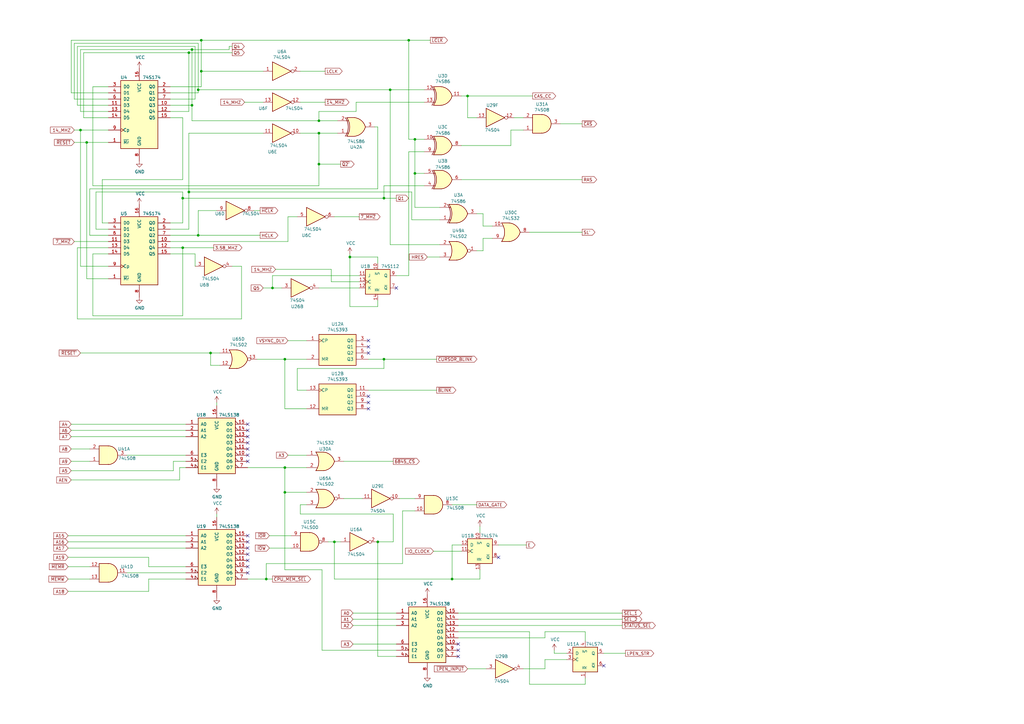
<source format=kicad_sch>
(kicad_sch (version 20230121) (generator eeschema)
  (paper "A3")
  (lib_symbols
    (symbol "74xx:74LS00" (pin_names (offset 1.016))
      (property "Reference" "U" (at 0 1.27 0))
      (property "Value" "74LS00" (at 0 -1.27 0))
      (symbol "74LS00_1_1"
        (pin input line (at -7.62 2.54 0) (length 3.81) (name "~") (number "1"))
        (pin input line (at -7.62 -2.54 0) (length 3.81) (name "~") (number "2"))
        (pin output inverted (at 7.62 0 180) (length 3.81) (name "~") (number "3"))
      )
      (symbol "74LS00_1_2"
        (pin input inverted (at -7.62 2.54 0) (length 4.318) (name "~") (number "1"))
        (pin input inverted (at -7.62 -2.54 0) (length 4.318) (name "~") (number "2"))
        (pin output line (at 7.62 0 180) (length 3.81) (name "~") (number "3"))
      )
      (symbol "74LS00_2_1"
        (pin input line (at -7.62 2.54 0) (length 3.81) (name "~") (number "4"))
        (pin input line (at -7.62 -2.54 0) (length 3.81) (name "~") (number "5"))
        (pin output inverted (at 7.62 0 180) (length 3.81) (name "~") (number "6"))
      )
      (symbol "74LS00_2_2"
        (pin input inverted (at -7.62 2.54 0) (length 4.318) (name "~") (number "4"))
        (pin input inverted (at -7.62 -2.54 0) (length 4.318) (name "~") (number "5"))
        (pin output line (at 7.62 0 180) (length 3.81) (name "~") (number "6"))
      )
      (symbol "74LS00_3_1"
        (pin input line (at -7.62 -2.54 0) (length 3.81) (name "~") (number "10"))
        (pin output inverted (at 7.62 0 180) (length 3.81) (name "~") (number "8"))
        (pin input line (at -7.62 2.54 0) (length 3.81) (name "~") (number "9"))
      )
      (symbol "74LS00_3_2"
        (pin input inverted (at -7.62 -2.54 0) (length 4.318) (name "~") (number "10"))
        (pin output line (at 7.62 0 180) (length 3.81) (name "~") (number "8"))
        (pin input inverted (at -7.62 2.54 0) (length 4.318) (name "~") (number "9"))
      )
      (symbol "74LS00_4_1"
        (pin output inverted (at 7.62 0 180) (length 3.81) (name "~") (number "11"))
        (pin input line (at -7.62 2.54 0) (length 3.81) (name "~") (number "12"))
        (pin input line (at -7.62 -2.54 0) (length 3.81) (name "~") (number "13"))
      )
      (symbol "74LS00_4_2"
        (pin output line (at 7.62 0 180) (length 3.81) (name "~") (number "11"))
        (pin input inverted (at -7.62 2.54 0) (length 4.318) (name "~") (number "12"))
        (pin input inverted (at -7.62 -2.54 0) (length 4.318) (name "~") (number "13"))
      )
      (symbol "74LS00_5_0"
        (pin power_in line (at 0 12.7 270) (length 5.08) (name "VCC") (number "14"))
        (pin power_in line (at 0 -12.7 90) (length 5.08) (name "GND") (number "7"))
      )
    )
    (symbol "74xx:74LS02" (pin_names (offset 1.016))
      (property "Reference" "U" (at 0 1.27 0))
      (property "Value" "74LS02" (at 0 -1.27 0))
      (symbol "74LS02_1_1"
        (pin output inverted (at 7.62 0 180) (length 3.81) (name "~") (number "1"))
        (pin input line (at -7.62 2.54 0) (length 4.318) (name "~") (number "2"))
        (pin input line (at -7.62 -2.54 0) (length 4.318) (name "~") (number "3"))
      )
      (symbol "74LS02_1_2"
        (pin output line (at 7.62 0 180) (length 3.81) (name "~") (number "1"))
        (pin input inverted (at -7.62 2.54 0) (length 3.81) (name "~") (number "2"))
        (pin input inverted (at -7.62 -2.54 0) (length 3.81) (name "~") (number "3"))
      )
      (symbol "74LS02_2_1"
        (pin output inverted (at 7.62 0 180) (length 3.81) (name "~") (number "4"))
        (pin input line (at -7.62 2.54 0) (length 4.318) (name "~") (number "5"))
        (pin input line (at -7.62 -2.54 0) (length 4.318) (name "~") (number "6"))
      )
      (symbol "74LS02_2_2"
        (pin output line (at 7.62 0 180) (length 3.81) (name "~") (number "4"))
        (pin input inverted (at -7.62 2.54 0) (length 3.81) (name "~") (number "5"))
        (pin input inverted (at -7.62 -2.54 0) (length 3.81) (name "~") (number "6"))
      )
      (symbol "74LS02_3_1"
        (pin output inverted (at 7.62 0 180) (length 3.81) (name "~") (number "10"))
        (pin input line (at -7.62 2.54 0) (length 4.318) (name "~") (number "8"))
        (pin input line (at -7.62 -2.54 0) (length 4.318) (name "~") (number "9"))
      )
      (symbol "74LS02_3_2"
        (pin output line (at 7.62 0 180) (length 3.81) (name "~") (number "10"))
        (pin input inverted (at -7.62 2.54 0) (length 3.81) (name "~") (number "8"))
        (pin input inverted (at -7.62 -2.54 0) (length 3.81) (name "~") (number "9"))
      )
      (symbol "74LS02_4_1"
        (pin input line (at -7.62 2.54 0) (length 4.318) (name "~") (number "11"))
        (pin input line (at -7.62 -2.54 0) (length 4.318) (name "~") (number "12"))
        (pin output inverted (at 7.62 0 180) (length 3.81) (name "~") (number "13"))
      )
      (symbol "74LS02_4_2"
        (pin input inverted (at -7.62 2.54 0) (length 3.81) (name "~") (number "11"))
        (pin input inverted (at -7.62 -2.54 0) (length 3.81) (name "~") (number "12"))
        (pin output line (at 7.62 0 180) (length 3.81) (name "~") (number "13"))
      )
      (symbol "74LS02_5_0"
        (pin power_in line (at 0 12.7 270) (length 5.08) (name "VCC") (number "14"))
        (pin power_in line (at 0 -12.7 90) (length 5.08) (name "GND") (number "7"))
      )
    )
    (symbol "74xx:74LS04"
      (property "Reference" "U" (at 0 1.27 0))
      (property "Value" "74LS04" (at 0 -1.27 0))
      (symbol "74LS04_1_0"
        (pin input line (at -7.62 0 0) (length 3.81) (name "~") (number "1"))
        (pin output inverted (at 7.62 0 180) (length 3.81) (name "~") (number "2"))
      )
      (symbol "74LS04_2_0"
        (pin input line (at -7.62 0 0) (length 3.81) (name "~") (number "3"))
        (pin output inverted (at 7.62 0 180) (length 3.81) (name "~") (number "4"))
      )
      (symbol "74LS04_3_0"
        (pin input line (at -7.62 0 0) (length 3.81) (name "~") (number "5"))
        (pin output inverted (at 7.62 0 180) (length 3.81) (name "~") (number "6"))
      )
      (symbol "74LS04_4_0"
        (pin output inverted (at 7.62 0 180) (length 3.81) (name "~") (number "8"))
        (pin input line (at -7.62 0 0) (length 3.81) (name "~") (number "9"))
      )
      (symbol "74LS04_5_0"
        (pin output inverted (at 7.62 0 180) (length 3.81) (name "~") (number "10"))
        (pin input line (at -7.62 0 0) (length 3.81) (name "~") (number "11"))
      )
      (symbol "74LS04_6_0"
        (pin output inverted (at 7.62 0 180) (length 3.81) (name "~") (number "12"))
        (pin input line (at -7.62 0 0) (length 3.81) (name "~") (number "13"))
      )
      (symbol "74LS04_7_0"
        (pin power_in line (at 0 12.7 270) (length 5.08) (name "VCC") (number "14"))
        (pin power_in line (at 0 -12.7 90) (length 5.08) (name "GND") (number "7"))
      )
    )
    (symbol "74xx:74LS08" (pin_names (offset 1.016))
      (property "Reference" "U" (at 0 1.27 0))
      (property "Value" "74LS08" (at 0 -1.27 0))
      (symbol "74LS08_1_1"
        (pin input line (at -7.62 2.54 0) (length 3.81) (name "~") (number "1"))
        (pin input line (at -7.62 -2.54 0) (length 3.81) (name "~") (number "2"))
        (pin output line (at 7.62 0 180) (length 3.81) (name "~") (number "3"))
      )
      (symbol "74LS08_1_2"
        (pin input inverted (at -7.62 2.54 0) (length 4.318) (name "~") (number "1"))
        (pin input inverted (at -7.62 -2.54 0) (length 4.318) (name "~") (number "2"))
        (pin output inverted (at 7.62 0 180) (length 3.81) (name "~") (number "3"))
      )
      (symbol "74LS08_2_1"
        (pin input line (at -7.62 2.54 0) (length 3.81) (name "~") (number "4"))
        (pin input line (at -7.62 -2.54 0) (length 3.81) (name "~") (number "5"))
        (pin output line (at 7.62 0 180) (length 3.81) (name "~") (number "6"))
      )
      (symbol "74LS08_2_2"
        (pin input inverted (at -7.62 2.54 0) (length 4.318) (name "~") (number "4"))
        (pin input inverted (at -7.62 -2.54 0) (length 4.318) (name "~") (number "5"))
        (pin output inverted (at 7.62 0 180) (length 3.81) (name "~") (number "6"))
      )
      (symbol "74LS08_3_1"
        (pin input line (at -7.62 -2.54 0) (length 3.81) (name "~") (number "10"))
        (pin output line (at 7.62 0 180) (length 3.81) (name "~") (number "8"))
        (pin input line (at -7.62 2.54 0) (length 3.81) (name "~") (number "9"))
      )
      (symbol "74LS08_3_2"
        (pin input inverted (at -7.62 -2.54 0) (length 4.318) (name "~") (number "10"))
        (pin output inverted (at 7.62 0 180) (length 3.81) (name "~") (number "8"))
        (pin input inverted (at -7.62 2.54 0) (length 4.318) (name "~") (number "9"))
      )
      (symbol "74LS08_4_1"
        (pin output line (at 7.62 0 180) (length 3.81) (name "~") (number "11"))
        (pin input line (at -7.62 2.54 0) (length 3.81) (name "~") (number "12"))
        (pin input line (at -7.62 -2.54 0) (length 3.81) (name "~") (number "13"))
      )
      (symbol "74LS08_4_2"
        (pin output inverted (at 7.62 0 180) (length 3.81) (name "~") (number "11"))
        (pin input inverted (at -7.62 2.54 0) (length 4.318) (name "~") (number "12"))
        (pin input inverted (at -7.62 -2.54 0) (length 4.318) (name "~") (number "13"))
      )
      (symbol "74LS08_5_0"
        (pin power_in line (at 0 12.7 270) (length 5.08) (name "VCC") (number "14"))
        (pin power_in line (at 0 -12.7 90) (length 5.08) (name "GND") (number "7"))
      )
    )
    (symbol "74xx:74LS112" (pin_names (offset 1.016))
      (property "Reference" "U" (at -7.62 8.89 0))
      (property "Value" "74LS112" (at -7.62 -8.89 0))
      (symbol "74LS112_1_0"
        (pin input clock (at -7.62 0 0) (length 2.54) (name "C") (number "1"))
        (pin input line (at 0 -7.62 90) (length 2.54) (name "~{R}") (number "15"))
        (pin input line (at -7.62 -2.54 0) (length 2.54) (name "K") (number "2"))
        (pin input line (at -7.62 2.54 0) (length 2.54) (name "J") (number "3"))
        (pin input line (at 0 7.62 270) (length 2.54) (name "~{S}") (number "4"))
        (pin output line (at 7.62 2.54 180) (length 2.54) (name "Q") (number "5"))
        (pin output line (at 7.62 -2.54 180) (length 2.54) (name "~{Q}") (number "6"))
      )
      (symbol "74LS112_2_0"
        (pin input line (at 0 7.62 270) (length 2.54) (name "~{S}") (number "10"))
        (pin input line (at -7.62 2.54 0) (length 2.54) (name "J") (number "11"))
        (pin input line (at -7.62 -2.54 0) (length 2.54) (name "K") (number "12"))
        (pin input clock (at -7.62 0 0) (length 2.54) (name "C") (number "13"))
        (pin input line (at 0 -7.62 90) (length 2.54) (name "~{R}") (number "14"))
        (pin output line (at 7.62 -2.54 180) (length 2.54) (name "~{Q}") (number "7"))
        (pin output line (at 7.62 2.54 180) (length 2.54) (name "Q") (number "9"))
      )
      (symbol "74LS112_3_0"
        (pin power_in line (at 0 10.16 270) (length 2.54) (name "VCC") (number "16"))
        (pin power_in line (at 0 -10.16 90) (length 2.54) (name "GND") (number "8"))
      )
    )
    (symbol "74xx:74LS138" (pin_names (offset 1.016))
      (property "Reference" "U" (at -7.62 11.43 0))
      (property "Value" "74LS138" (at -7.62 -13.97 0))
      (symbol "74LS138_1_0"
        (pin input line (at -12.7 7.62 0) (length 5.08) (name "A0") (number "1"))
        (pin output output_low (at 12.7 -5.08 180) (length 5.08) (name "O5") (number "10"))
        (pin output output_low (at 12.7 -2.54 180) (length 5.08) (name "O4") (number "11"))
        (pin output output_low (at 12.7 0 180) (length 5.08) (name "O3") (number "12"))
        (pin output output_low (at 12.7 2.54 180) (length 5.08) (name "O2") (number "13"))
        (pin output output_low (at 12.7 5.08 180) (length 5.08) (name "O1") (number "14"))
        (pin output output_low (at 12.7 7.62 180) (length 5.08) (name "O0") (number "15"))
        (pin power_in line (at 0 15.24 270) (length 5.08) (name "VCC") (number "16"))
        (pin input line (at -12.7 5.08 0) (length 5.08) (name "A1") (number "2"))
        (pin input line (at -12.7 2.54 0) (length 5.08) (name "A2") (number "3"))
        (pin input input_low (at -12.7 -10.16 0) (length 5.08) (name "E1") (number "4"))
        (pin input input_low (at -12.7 -7.62 0) (length 5.08) (name "E2") (number "5"))
        (pin input line (at -12.7 -5.08 0) (length 5.08) (name "E3") (number "6"))
        (pin output output_low (at 12.7 -10.16 180) (length 5.08) (name "O7") (number "7"))
        (pin power_in line (at 0 -17.78 90) (length 5.08) (name "GND") (number "8"))
        (pin output output_low (at 12.7 -7.62 180) (length 5.08) (name "O6") (number "9"))
      )
    )
    (symbol "74xx:74LS174" (pin_names (offset 1.016))
      (property "Reference" "U" (at -7.62 13.97 0))
      (property "Value" "74LS174" (at -7.62 -16.51 0))
      (symbol "74LS174_1_0"
        (pin input line (at -12.7 -12.7 0) (length 5.08) (name "~{Mr}") (number "1"))
        (pin output line (at 12.7 2.54 180) (length 5.08) (name "Q3") (number "10"))
        (pin input line (at -12.7 2.54 0) (length 5.08) (name "D3") (number "11"))
        (pin output line (at 12.7 0 180) (length 5.08) (name "Q4") (number "12"))
        (pin input line (at -12.7 0 0) (length 5.08) (name "D4") (number "13"))
        (pin input line (at -12.7 -2.54 0) (length 5.08) (name "D5") (number "14"))
        (pin output line (at 12.7 -2.54 180) (length 5.08) (name "Q5") (number "15"))
        (pin power_in line (at 0 17.78 270) (length 5.08) (name "VCC") (number "16"))
        (pin output line (at 12.7 10.16 180) (length 5.08) (name "Q0") (number "2"))
        (pin input line (at -12.7 10.16 0) (length 5.08) (name "D0") (number "3"))
        (pin input line (at -12.7 7.62 0) (length 5.08) (name "D1") (number "4"))
        (pin output line (at 12.7 7.62 180) (length 5.08) (name "Q1") (number "5"))
        (pin input line (at -12.7 5.08 0) (length 5.08) (name "D2") (number "6"))
        (pin output line (at 12.7 5.08 180) (length 5.08) (name "Q2") (number "7"))
        (pin power_in line (at 0 -20.32 90) (length 5.08) (name "GND") (number "8"))
        (pin input clock (at -12.7 -7.62 0) (length 5.08) (name "Cp") (number "9"))
      )
    )
    (symbol "74xx:74LS32" (pin_names (offset 1.016))
      (property "Reference" "U" (at 0 1.27 0))
      (property "Value" "74LS32" (at 0 -1.27 0))
      (symbol "74LS32_1_1"
        (pin input line (at -7.62 2.54 0) (length 4.318) (name "~") (number "1"))
        (pin input line (at -7.62 -2.54 0) (length 4.318) (name "~") (number "2"))
        (pin output line (at 7.62 0 180) (length 3.81) (name "~") (number "3"))
      )
      (symbol "74LS32_1_2"
        (pin input inverted (at -7.62 2.54 0) (length 3.81) (name "~") (number "1"))
        (pin input inverted (at -7.62 -2.54 0) (length 3.81) (name "~") (number "2"))
        (pin output inverted (at 7.62 0 180) (length 3.81) (name "~") (number "3"))
      )
      (symbol "74LS32_2_1"
        (pin input line (at -7.62 2.54 0) (length 4.318) (name "~") (number "4"))
        (pin input line (at -7.62 -2.54 0) (length 4.318) (name "~") (number "5"))
        (pin output line (at 7.62 0 180) (length 3.81) (name "~") (number "6"))
      )
      (symbol "74LS32_2_2"
        (pin input inverted (at -7.62 2.54 0) (length 3.81) (name "~") (number "4"))
        (pin input inverted (at -7.62 -2.54 0) (length 3.81) (name "~") (number "5"))
        (pin output inverted (at 7.62 0 180) (length 3.81) (name "~") (number "6"))
      )
      (symbol "74LS32_3_1"
        (pin input line (at -7.62 -2.54 0) (length 4.318) (name "~") (number "10"))
        (pin output line (at 7.62 0 180) (length 3.81) (name "~") (number "8"))
        (pin input line (at -7.62 2.54 0) (length 4.318) (name "~") (number "9"))
      )
      (symbol "74LS32_3_2"
        (pin input inverted (at -7.62 -2.54 0) (length 3.81) (name "~") (number "10"))
        (pin output inverted (at 7.62 0 180) (length 3.81) (name "~") (number "8"))
        (pin input inverted (at -7.62 2.54 0) (length 3.81) (name "~") (number "9"))
      )
      (symbol "74LS32_4_1"
        (pin output line (at 7.62 0 180) (length 3.81) (name "~") (number "11"))
        (pin input line (at -7.62 2.54 0) (length 4.318) (name "~") (number "12"))
        (pin input line (at -7.62 -2.54 0) (length 4.318) (name "~") (number "13"))
      )
      (symbol "74LS32_4_2"
        (pin output inverted (at 7.62 0 180) (length 3.81) (name "~") (number "11"))
        (pin input inverted (at -7.62 2.54 0) (length 3.81) (name "~") (number "12"))
        (pin input inverted (at -7.62 -2.54 0) (length 3.81) (name "~") (number "13"))
      )
      (symbol "74LS32_5_0"
        (pin power_in line (at 0 12.7 270) (length 5.08) (name "VCC") (number "14"))
        (pin power_in line (at 0 -12.7 90) (length 5.08) (name "GND") (number "7"))
      )
    )
    (symbol "74xx:74LS393" (pin_names (offset 1.016))
      (property "Reference" "U" (at -7.62 8.89 0))
      (property "Value" "74LS393" (at -7.62 -8.89 0))
      (symbol "74LS393_1_0"
        (pin input clock (at -12.7 2.54 0) (length 5.08) (name "CP") (number "1"))
        (pin input line (at -12.7 -5.08 0) (length 5.08) (name "MR") (number "2"))
        (pin output line (at 12.7 2.54 180) (length 5.08) (name "Q0") (number "3"))
        (pin output line (at 12.7 0 180) (length 5.08) (name "Q1") (number "4"))
        (pin output line (at 12.7 -2.54 180) (length 5.08) (name "Q2") (number "5"))
        (pin output line (at 12.7 -5.08 180) (length 5.08) (name "Q3") (number "6"))
      )
      (symbol "74LS393_2_0"
        (pin output line (at 12.7 0 180) (length 5.08) (name "Q1") (number "10"))
        (pin output line (at 12.7 2.54 180) (length 5.08) (name "Q0") (number "11"))
        (pin input line (at -12.7 -5.08 0) (length 5.08) (name "MR") (number "12"))
        (pin input clock (at -12.7 2.54 0) (length 5.08) (name "CP") (number "13"))
        (pin output line (at 12.7 -5.08 180) (length 5.08) (name "Q3") (number "8"))
        (pin output line (at 12.7 -2.54 180) (length 5.08) (name "Q2") (number "9"))
      )
      (symbol "74LS393_3_0"
        (pin power_in line (at 0 12.7 270) (length 5.08) (name "VCC") (number "14"))
        (pin power_in line (at 0 -12.7 90) (length 5.08) (name "GND") (number "7"))
      )
    )
    (symbol "74xx:74LS74" (pin_names (offset 1.016))
      (property "Reference" "U" (at -7.62 8.89 0))
      (property "Value" "74LS74" (at -7.62 -8.89 0))
      (symbol "74LS74_1_0"
        (pin input line (at 0 -7.62 90) (length 2.54) (name "~{R}") (number "1"))
        (pin input line (at -7.62 2.54 0) (length 2.54) (name "D") (number "2"))
        (pin input clock (at -7.62 0 0) (length 2.54) (name "C") (number "3"))
        (pin input line (at 0 7.62 270) (length 2.54) (name "~{S}") (number "4"))
        (pin output line (at 7.62 2.54 180) (length 2.54) (name "Q") (number "5"))
        (pin output line (at 7.62 -2.54 180) (length 2.54) (name "~{Q}") (number "6"))
      )
      (symbol "74LS74_2_0"
        (pin input line (at 0 7.62 270) (length 2.54) (name "~{S}") (number "10"))
        (pin input clock (at -7.62 0 0) (length 2.54) (name "C") (number "11"))
        (pin input line (at -7.62 2.54 0) (length 2.54) (name "D") (number "12"))
        (pin input line (at 0 -7.62 90) (length 2.54) (name "~{R}") (number "13"))
        (pin output line (at 7.62 -2.54 180) (length 2.54) (name "~{Q}") (number "8"))
        (pin output line (at 7.62 2.54 180) (length 2.54) (name "Q") (number "9"))
      )
      (symbol "74LS74_3_0"
        (pin power_in line (at 0 10.16 270) (length 2.54) (name "VCC") (number "14"))
        (pin power_in line (at 0 -10.16 90) (length 2.54) (name "GND") (number "7"))
      )
    )
    (symbol "74xx:74LS86" (pin_names (offset 1.016))
      (property "Reference" "U" (at 0 1.27 0))
      (property "Value" "74LS86" (at 0 -1.27 0))
      (symbol "74LS86_1_0"
        (pin input line (at -7.62 2.54 0) (length 4.445) (name "~") (number "1"))
        (pin input line (at -7.62 -2.54 0) (length 4.445) (name "~") (number "2"))
        (pin output line (at 7.62 0 180) (length 3.81) (name "~") (number "3"))
      )
      (symbol "74LS86_2_0"
        (pin input line (at -7.62 2.54 0) (length 4.445) (name "~") (number "4"))
        (pin input line (at -7.62 -2.54 0) (length 4.445) (name "~") (number "5"))
        (pin output line (at 7.62 0 180) (length 3.81) (name "~") (number "6"))
      )
      (symbol "74LS86_3_0"
        (pin input line (at -7.62 -2.54 0) (length 4.445) (name "~") (number "10"))
        (pin output line (at 7.62 0 180) (length 3.81) (name "~") (number "8"))
        (pin input line (at -7.62 2.54 0) (length 4.445) (name "~") (number "9"))
      )
      (symbol "74LS86_4_0"
        (pin output line (at 7.62 0 180) (length 3.81) (name "~") (number "11"))
        (pin input line (at -7.62 2.54 0) (length 4.445) (name "~") (number "12"))
        (pin input line (at -7.62 -2.54 0) (length 4.445) (name "~") (number "13"))
      )
      (symbol "74LS86_5_0"
        (pin power_in line (at 0 12.7 270) (length 5.08) (name "VCC") (number "14"))
        (pin power_in line (at 0 -12.7 90) (length 5.08) (name "GND") (number "7"))
      )
    )
    (symbol "power:GND" (power) (pin_names (offset 0))
      (property "Value" "GND" (at 0 -3.81 0))
      (symbol "GND_1_1"
        (pin power_in line (at 0 0 270) (length 0) hide (name "GND") (number "1"))
      )
    )
    (symbol "power:VCC" (power) (pin_names (offset 0))
      (property "Value" "VCC" (at 0 3.81 0))
      (symbol "VCC_1_1"
        (pin power_in line (at 0 0 90) (length 0) hide (name "VCC") (number "1"))
      )
    )
  )
  (junction (at 77.47 78.74))
  (junction (at 82.55 29.21))
  (junction (at 185.42 237.49))
  (junction (at 74.93 81.28))
  (junction (at 154.94 222.25))
  (junction (at 74.93 101.6))
  (junction (at 78.74 43.18))
  (junction (at 167.64 16.51))
  (junction (at 109.22 237.49))
  (junction (at 116.84 201.93))
  (junction (at 116.84 147.32))
  (junction (at 191.77 39.37))
  (junction (at 33.02 53.34))
  (junction (at 86.36 144.78))
  (junction (at 81.28 36.83))
  (junction (at 116.84 191.77))
  (junction (at 130.81 54.61))
  (junction (at 78.74 20.32))
  (junction (at 143.51 105.41))
  (junction (at 137.16 222.25))
  (junction (at 111.76 118.11))
  (junction (at 157.48 81.28))
  (junction (at 170.18 71.12))
  (junction (at 82.55 16.51))
  (junction (at 170.18 57.15))
  (junction (at 160.02 36.83))
  (junction (at 77.47 21.59))
  (junction (at 157.48 147.32))
  (junction (at 35.56 58.42))
  (junction (at 130.81 49.53))
  (junction (at 81.28 96.52))
  (junction (at 130.81 67.31))
  (no_connect (at 101.6 224.79))
  (no_connect (at 187.96 266.7))
  (no_connect (at 101.6 176.53))
  (no_connect (at 101.6 222.25))
  (no_connect (at 101.6 232.41))
  (no_connect (at 101.6 173.99))
  (no_connect (at 187.96 269.24))
  (no_connect (at 162.56 118.11))
  (no_connect (at 204.47 228.6))
  (no_connect (at 101.6 184.15))
  (no_connect (at 151.13 142.24))
  (no_connect (at 101.6 186.69))
  (no_connect (at 151.13 144.78))
  (no_connect (at 151.13 139.7))
  (no_connect (at 101.6 179.07))
  (no_connect (at 151.13 165.1))
  (no_connect (at 101.6 234.95))
  (no_connect (at 101.6 181.61))
  (no_connect (at 187.96 264.16))
  (no_connect (at 151.13 167.64))
  (no_connect (at 151.13 162.56))
  (no_connect (at 101.6 227.33))
  (no_connect (at 101.6 229.87))
  (no_connect (at 101.6 189.23))
  (no_connect (at 101.6 219.71))
  (no_connect (at 247.65 273.05))
  (wire (pts (xy 78.74 20.32) (xy 93.98 20.32)))
  (wire (pts (xy 39.37 78.74) (xy 39.37 93.98)))
  (wire (pts (xy 130.81 118.11) (xy 147.32 118.11)))
  (wire (pts (xy 78.74 43.18) (xy 78.74 20.32)))
  (wire (pts (xy 189.23 223.52) (xy 185.42 223.52)))
  (wire (pts (xy 123.19 29.21) (xy 133.35 29.21)))
  (wire (pts (xy 161.29 210.82) (xy 123.19 210.82)))
  (wire (pts (xy 77.47 21.59) (xy 95.25 21.59)))
  (wire (pts (xy 33.02 45.72) (xy 44.45 45.72)))
  (wire (pts (xy 143.51 105.41) (xy 143.51 125.73)))
  (wire (pts (xy 214.63 274.32) (xy 223.52 274.32)))
  (wire (pts (xy 137.16 222.25) (xy 139.7 222.25)))
  (wire (pts (xy 29.21 16.51) (xy 29.21 38.1)))
  (wire (pts (xy 69.85 38.1) (xy 81.28 38.1)))
  (wire (pts (xy 76.2 176.53) (xy 29.21 176.53)))
  (wire (pts (xy 52.07 186.69) (xy 76.2 186.69)))
  (wire (pts (xy 36.83 232.41) (xy 27.94 232.41)))
  (wire (pts (xy 130.81 45.72) (xy 130.81 49.53)))
  (wire (pts (xy 153.67 52.07) (xy 154.94 52.07)))
  (wire (pts (xy 88.9 166.37) (xy 88.9 165.1)))
  (wire (pts (xy 154.94 125.73) (xy 154.94 123.19)))
  (wire (pts (xy 86.36 149.86) (xy 86.36 144.78)))
  (wire (pts (xy 71.12 189.23) (xy 71.12 193.04)))
  (wire (pts (xy 132.08 266.7) (xy 162.56 266.7)))
  (wire (pts (xy 93.98 19.05) (xy 95.25 19.05)))
  (wire (pts (xy 77.47 45.72) (xy 77.47 21.59)))
  (wire (pts (xy 69.85 40.64) (xy 80.01 40.64)))
  (wire (pts (xy 157.48 151.13) (xy 121.92 151.13)))
  (wire (pts (xy 191.77 274.32) (xy 199.39 274.32)))
  (wire (pts (xy 140.97 189.23) (xy 161.29 189.23)))
  (wire (pts (xy 78.74 20.32) (xy 33.02 20.32)))
  (wire (pts (xy 223.52 274.32) (xy 223.52 270.51)))
  (wire (pts (xy 185.42 223.52) (xy 185.42 237.49)))
  (wire (pts (xy 38.1 35.56) (xy 44.45 35.56)))
  (wire (pts (xy 151.13 160.02) (xy 179.07 160.02)))
  (wire (pts (xy 69.85 43.18) (xy 78.74 43.18)))
  (wire (pts (xy 74.93 48.26) (xy 74.93 73.66)))
  (wire (pts (xy 119.38 219.71) (xy 110.49 219.71)))
  (wire (pts (xy 125.73 186.69) (xy 118.11 186.69)))
  (wire (pts (xy 44.45 58.42) (xy 35.56 58.42)))
  (wire (pts (xy 111.76 113.03) (xy 111.76 118.11)))
  (wire (pts (xy 116.84 167.64) (xy 125.73 167.64)))
  (wire (pts (xy 167.64 57.15) (xy 167.64 16.51)))
  (wire (pts (xy 80.01 104.14) (xy 80.01 109.22)))
  (wire (pts (xy 217.17 95.25) (xy 238.76 95.25)))
  (wire (pts (xy 170.18 57.15) (xy 170.18 71.12)))
  (wire (pts (xy 121.92 151.13) (xy 121.92 160.02)))
  (wire (pts (xy 81.28 96.52) (xy 106.68 96.52)))
  (wire (pts (xy 196.85 218.44) (xy 196.85 215.9)))
  (wire (pts (xy 109.22 237.49) (xy 109.22 231.14)))
  (wire (pts (xy 137.16 88.9) (xy 147.32 88.9)))
  (wire (pts (xy 29.21 184.15) (xy 36.83 184.15)))
  (wire (pts (xy 157.48 76.2) (xy 157.48 81.28)))
  (wire (pts (xy 154.94 269.24) (xy 154.94 222.25)))
  (wire (pts (xy 154.94 52.07) (xy 154.94 77.47)))
  (wire (pts (xy 167.64 16.51) (xy 176.53 16.51)))
  (wire (pts (xy 227.33 267.97) (xy 232.41 267.97)))
  (wire (pts (xy 157.48 147.32) (xy 179.07 147.32)))
  (wire (pts (xy 34.29 48.26) (xy 44.45 48.26)))
  (wire (pts (xy 165.1 209.55) (xy 170.18 209.55)))
  (wire (pts (xy 34.29 21.59) (xy 34.29 48.26)))
  (wire (pts (xy 177.8 226.06) (xy 189.23 226.06)))
  (wire (pts (xy 113.03 110.49) (xy 135.89 110.49)))
  (wire (pts (xy 41.91 91.44) (xy 44.45 91.44)))
  (wire (pts (xy 198.12 102.87) (xy 198.12 97.79)))
  (wire (pts (xy 144.78 264.16) (xy 162.56 264.16)))
  (wire (pts (xy 123.19 54.61) (xy 130.81 54.61)))
  (wire (pts (xy 81.28 36.83) (xy 160.02 36.83)))
  (wire (pts (xy 173.99 62.23) (xy 167.64 62.23)))
  (wire (pts (xy 223.52 259.08) (xy 240.03 259.08)))
  (wire (pts (xy 76.2 224.79) (xy 27.94 224.79)))
  (wire (pts (xy 123.19 210.82) (xy 123.19 207.01)))
  (wire (pts (xy 140.97 204.47) (xy 148.59 204.47)))
  (wire (pts (xy 130.81 67.31) (xy 130.81 76.2)))
  (wire (pts (xy 36.83 77.47) (xy 36.83 96.52)))
  (wire (pts (xy 78.74 49.53) (xy 130.81 49.53)))
  (wire (pts (xy 160.02 100.33) (xy 180.34 100.33)))
  (wire (pts (xy 123.19 207.01) (xy 125.73 207.01)))
  (wire (pts (xy 90.17 149.86) (xy 86.36 149.86)))
  (wire (pts (xy 198.12 87.63) (xy 198.12 92.71)))
  (wire (pts (xy 88.9 210.82) (xy 88.9 212.09)))
  (wire (pts (xy 93.98 20.32) (xy 93.98 19.05)))
  (wire (pts (xy 74.93 73.66) (xy 41.91 73.66)))
  (wire (pts (xy 157.48 81.28) (xy 74.93 81.28)))
  (wire (pts (xy 74.93 101.6) (xy 69.85 101.6)))
  (wire (pts (xy 30.48 40.64) (xy 44.45 40.64)))
  (wire (pts (xy 138.43 54.61) (xy 130.81 54.61)))
  (wire (pts (xy 29.21 38.1) (xy 44.45 38.1)))
  (wire (pts (xy 154.94 107.95) (xy 154.94 105.41)))
  (wire (pts (xy 163.83 204.47) (xy 170.18 204.47)))
  (wire (pts (xy 60.96 242.57) (xy 27.94 242.57)))
  (wire (pts (xy 60.96 237.49) (xy 60.96 242.57)))
  (wire (pts (xy 157.48 81.28) (xy 162.56 81.28)))
  (wire (pts (xy 187.96 261.62) (xy 223.52 261.62)))
  (wire (pts (xy 189.23 73.66) (xy 238.76 73.66)))
  (wire (pts (xy 80.01 40.64) (xy 80.01 19.05)))
  (wire (pts (xy 143.51 125.73) (xy 154.94 125.73)))
  (wire (pts (xy 80.01 19.05) (xy 31.75 19.05)))
  (wire (pts (xy 109.22 231.14) (xy 165.1 231.14)))
  (wire (pts (xy 31.75 43.18) (xy 44.45 43.18)))
  (wire (pts (xy 168.91 78.74) (xy 77.47 78.74)))
  (wire (pts (xy 101.6 237.49) (xy 109.22 237.49)))
  (wire (pts (xy 74.93 78.74) (xy 39.37 78.74)))
  (wire (pts (xy 109.22 237.49) (xy 111.76 237.49)))
  (wire (pts (xy 38.1 76.2) (xy 38.1 35.56)))
  (wire (pts (xy 161.29 222.25) (xy 154.94 222.25)))
  (wire (pts (xy 38.1 104.14) (xy 38.1 129.54)))
  (wire (pts (xy 52.07 234.95) (xy 76.2 234.95)))
  (wire (pts (xy 210.82 48.26) (xy 214.63 48.26)))
  (wire (pts (xy 107.95 54.61) (xy 77.47 54.61)))
  (wire (pts (xy 105.41 147.32) (xy 116.84 147.32)))
  (wire (pts (xy 151.13 147.32) (xy 157.48 147.32)))
  (wire (pts (xy 154.94 105.41) (xy 143.51 105.41)))
  (wire (pts (xy 170.18 85.09) (xy 180.34 85.09)))
  (wire (pts (xy 247.65 267.97) (xy 256.54 267.97)))
  (wire (pts (xy 78.74 43.18) (xy 78.74 49.53)))
  (wire (pts (xy 116.84 233.68) (xy 116.84 201.93)))
  (wire (pts (xy 69.85 99.06) (xy 118.11 99.06)))
  (wire (pts (xy 135.89 110.49) (xy 135.89 115.57)))
  (wire (pts (xy 29.21 189.23) (xy 36.83 189.23)))
  (wire (pts (xy 30.48 17.78) (xy 30.48 40.64)))
  (wire (pts (xy 86.36 144.78) (xy 90.17 144.78)))
  (wire (pts (xy 118.11 139.7) (xy 125.73 139.7)))
  (wire (pts (xy 81.28 36.83) (xy 81.28 17.78)))
  (wire (pts (xy 162.56 269.24) (xy 154.94 269.24)))
  (wire (pts (xy 74.93 81.28) (xy 74.93 78.74)))
  (wire (pts (xy 209.55 59.69) (xy 209.55 53.34)))
  (wire (pts (xy 73.66 191.77) (xy 73.66 196.85)))
  (wire (pts (xy 160.02 36.83) (xy 173.99 36.83)))
  (wire (pts (xy 146.05 45.72) (xy 130.81 45.72)))
  (wire (pts (xy 223.52 261.62) (xy 223.52 259.08)))
  (wire (pts (xy 69.85 35.56) (xy 82.55 35.56)))
  (wire (pts (xy 76.2 179.07) (xy 29.21 179.07)))
  (wire (pts (xy 100.33 41.91) (xy 107.95 41.91)))
  (wire (pts (xy 86.36 144.78) (xy 33.02 144.78)))
  (wire (pts (xy 69.85 45.72) (xy 77.47 45.72)))
  (wire (pts (xy 198.12 97.79) (xy 201.93 97.79)))
  (wire (pts (xy 160.02 100.33) (xy 160.02 36.83)))
  (wire (pts (xy 209.55 53.34) (xy 214.63 53.34)))
  (wire (pts (xy 187.96 251.46) (xy 255.27 251.46)))
  (wire (pts (xy 191.77 39.37) (xy 218.44 39.37)))
  (wire (pts (xy 165.1 231.14) (xy 165.1 209.55)))
  (wire (pts (xy 167.64 62.23) (xy 167.64 113.03)))
  (wire (pts (xy 118.11 99.06) (xy 118.11 88.9)))
  (wire (pts (xy 187.96 254) (xy 255.27 254)))
  (wire (pts (xy 76.2 173.99) (xy 29.21 173.99)))
  (wire (pts (xy 168.91 90.17) (xy 168.91 78.74)))
  (wire (pts (xy 31.75 19.05) (xy 31.75 43.18)))
  (wire (pts (xy 240.03 259.08) (xy 240.03 262.89)))
  (wire (pts (xy 44.45 104.14) (xy 38.1 104.14)))
  (wire (pts (xy 69.85 104.14) (xy 80.01 104.14)))
  (wire (pts (xy 33.02 53.34) (xy 30.48 53.34)))
  (wire (pts (xy 88.9 86.36) (xy 81.28 86.36)))
  (wire (pts (xy 95.25 109.22) (xy 99.06 109.22)))
  (wire (pts (xy 73.66 196.85) (xy 29.21 196.85)))
  (wire (pts (xy 31.75 101.6) (xy 44.45 101.6)))
  (wire (pts (xy 130.81 49.53) (xy 138.43 49.53)))
  (wire (pts (xy 167.64 113.03) (xy 162.56 113.03)))
  (wire (pts (xy 77.47 93.98) (xy 69.85 93.98)))
  (wire (pts (xy 116.84 147.32) (xy 116.84 167.64)))
  (wire (pts (xy 187.96 259.08) (xy 217.17 259.08)))
  (wire (pts (xy 82.55 29.21) (xy 82.55 16.51)))
  (wire (pts (xy 137.16 237.49) (xy 185.42 237.49)))
  (wire (pts (xy 82.55 35.56) (xy 82.55 29.21)))
  (wire (pts (xy 116.84 191.77) (xy 125.73 191.77)))
  (wire (pts (xy 82.55 16.51) (xy 29.21 16.51)))
  (wire (pts (xy 187.96 256.54) (xy 255.27 256.54)))
  (wire (pts (xy 116.84 233.68) (xy 132.08 233.68)))
  (wire (pts (xy 196.85 237.49) (xy 196.85 233.68)))
  (wire (pts (xy 99.06 130.81) (xy 31.75 130.81)))
  (wire (pts (xy 137.16 222.25) (xy 137.16 237.49)))
  (wire (pts (xy 77.47 54.61) (xy 77.47 78.74)))
  (wire (pts (xy 74.93 91.44) (xy 74.93 81.28)))
  (wire (pts (xy 35.56 58.42) (xy 30.48 58.42)))
  (wire (pts (xy 170.18 71.12) (xy 170.18 85.09)))
  (wire (pts (xy 146.05 41.91) (xy 146.05 45.72)))
  (wire (pts (xy 229.87 50.8) (xy 238.76 50.8)))
  (wire (pts (xy 81.28 38.1) (xy 81.28 36.83)))
  (wire (pts (xy 162.56 251.46) (xy 144.78 251.46)))
  (wire (pts (xy 31.75 130.81) (xy 31.75 101.6)))
  (wire (pts (xy 69.85 48.26) (xy 74.93 48.26)))
  (wire (pts (xy 76.2 232.41) (xy 60.96 232.41)))
  (wire (pts (xy 74.93 101.6) (xy 87.63 101.6)))
  (wire (pts (xy 204.47 223.52) (xy 215.9 223.52)))
  (wire (pts (xy 39.37 93.98) (xy 44.45 93.98)))
  (wire (pts (xy 76.2 189.23) (xy 71.12 189.23)))
  (wire (pts (xy 60.96 228.6) (xy 27.94 228.6)))
  (wire (pts (xy 35.56 114.3) (xy 35.56 58.42)))
  (wire (pts (xy 162.56 256.54) (xy 144.78 256.54)))
  (wire (pts (xy 134.62 222.25) (xy 137.16 222.25)))
  (wire (pts (xy 227.33 266.7) (xy 227.33 267.97)))
  (wire (pts (xy 71.12 193.04) (xy 29.21 193.04)))
  (wire (pts (xy 121.92 160.02) (xy 125.73 160.02)))
  (wire (pts (xy 76.2 222.25) (xy 27.94 222.25)))
  (wire (pts (xy 125.73 147.32) (xy 116.84 147.32)))
  (wire (pts (xy 146.05 41.91) (xy 173.99 41.91)))
  (wire (pts (xy 107.95 29.21) (xy 82.55 29.21)))
  (wire (pts (xy 33.02 53.34) (xy 33.02 109.22)))
  (wire (pts (xy 168.91 90.17) (xy 180.34 90.17)))
  (wire (pts (xy 223.52 270.51) (xy 232.41 270.51)))
  (wire (pts (xy 217.17 259.08) (xy 217.17 280.67)))
  (wire (pts (xy 101.6 191.77) (xy 116.84 191.77)))
  (wire (pts (xy 185.42 237.49) (xy 196.85 237.49)))
  (wire (pts (xy 170.18 57.15) (xy 167.64 57.15)))
  (wire (pts (xy 118.11 88.9) (xy 121.92 88.9)))
  (wire (pts (xy 76.2 237.49) (xy 60.96 237.49)))
  (wire (pts (xy 111.76 113.03) (xy 147.32 113.03)))
  (wire (pts (xy 41.91 73.66) (xy 41.91 91.44)))
  (wire (pts (xy 173.99 76.2) (xy 157.48 76.2)))
  (wire (pts (xy 82.55 16.51) (xy 167.64 16.51)))
  (wire (pts (xy 33.02 109.22) (xy 44.45 109.22)))
  (wire (pts (xy 132.08 233.68) (xy 132.08 266.7)))
  (wire (pts (xy 104.14 86.36) (xy 106.68 86.36)))
  (wire (pts (xy 36.83 96.52) (xy 44.45 96.52)))
  (wire (pts (xy 81.28 86.36) (xy 81.28 96.52)))
  (wire (pts (xy 162.56 254) (xy 144.78 254)))
  (wire (pts (xy 161.29 210.82) (xy 161.29 222.25)))
  (wire (pts (xy 240.03 280.67) (xy 240.03 278.13)))
  (wire (pts (xy 189.23 39.37) (xy 191.77 39.37)))
  (wire (pts (xy 44.45 99.06) (xy 30.48 99.06)))
  (wire (pts (xy 191.77 39.37) (xy 191.77 48.26)))
  (wire (pts (xy 44.45 53.34) (xy 33.02 53.34)))
  (wire (pts (xy 44.45 114.3) (xy 35.56 114.3)))
  (wire (pts (xy 195.58 87.63) (xy 198.12 87.63)))
  (wire (pts (xy 119.38 224.79) (xy 110.49 224.79)))
  (wire (pts (xy 116.84 201.93) (xy 116.84 191.77)))
  (wire (pts (xy 111.76 118.11) (xy 115.57 118.11)))
  (wire (pts (xy 139.7 67.31) (xy 130.81 67.31)))
  (wire (pts (xy 69.85 91.44) (xy 74.93 91.44)))
  (wire (pts (xy 198.12 92.71) (xy 201.93 92.71)))
  (wire (pts (xy 69.85 96.52) (xy 81.28 96.52)))
  (wire (pts (xy 33.02 20.32) (xy 33.02 45.72)))
  (wire (pts (xy 191.77 48.26) (xy 195.58 48.26)))
  (wire (pts (xy 123.19 41.91) (xy 133.35 41.91)))
  (wire (pts (xy 130.81 54.61) (xy 130.81 67.31)))
  (wire (pts (xy 76.2 191.77) (xy 73.66 191.77)))
  (wire (pts (xy 143.51 104.14) (xy 143.51 105.41)))
  (wire (pts (xy 36.83 237.49) (xy 27.94 237.49)))
  (wire (pts (xy 77.47 21.59) (xy 34.29 21.59)))
  (wire (pts (xy 154.94 77.47) (xy 36.83 77.47)))
  (wire (pts (xy 173.99 57.15) (xy 170.18 57.15)))
  (wire (pts (xy 170.18 71.12) (xy 173.99 71.12)))
  (wire (pts (xy 81.28 17.78) (xy 30.48 17.78)))
  (wire (pts (xy 116.84 201.93) (xy 125.73 201.93)))
  (wire (pts (xy 99.06 109.22) (xy 99.06 130.81)))
  (wire (pts (xy 185.42 207.01) (xy 195.58 207.01)))
  (wire (pts (xy 60.96 232.41) (xy 60.96 228.6)))
  (wire (pts (xy 130.81 76.2) (xy 38.1 76.2)))
  (wire (pts (xy 76.2 219.71) (xy 27.94 219.71)))
  (wire (pts (xy 195.58 102.87) (xy 198.12 102.87)))
  (wire (pts (xy 107.95 118.11) (xy 111.76 118.11)))
  (wire (pts (xy 157.48 147.32) (xy 157.48 151.13)))
  (wire (pts (xy 217.17 280.67) (xy 240.03 280.67)))
  (wire (pts (xy 189.23 59.69) (xy 209.55 59.69)))
  (wire (pts (xy 175.26 105.41) (xy 180.34 105.41)))
  (wire (pts (xy 135.89 115.57) (xy 147.32 115.57)))
  (wire (pts (xy 77.47 78.74) (xy 77.47 93.98)))
  (wire (pts (xy 38.1 129.54) (xy 74.93 129.54)))
  (wire (pts (xy 74.93 129.54) (xy 74.93 101.6)))
  (global_label "~{7_MHZ}" (shape input) (at 30.48 99.06 180) (property "Intersheetrefs" "${INTERSHEET_REFS}" (effects hide)))
  (global_label "~{SEL_2}" (shape output) (at 255.27 254 0) (property "Intersheetrefs" "${INTERSHEET_REFS}" (effects hide)))
  (global_label "~{MEMW}" (shape input) (at 27.94 237.49 180) (property "Intersheetrefs" "${INTERSHEET_REFS}" (effects hide)))
  (global_label "VSYNC_DLY" (shape input) (at 118.11 139.7 180) (property "Intersheetrefs" "${INTERSHEET_REFS}" (effects hide)))
  (global_label "E" (shape output) (at 215.9 223.52 0) (property "Intersheetrefs" "${INTERSHEET_REFS}" (effects hide)))
  (global_label "14_MHZ" (shape input) (at 30.48 53.34 180) (property "Intersheetrefs" "${INTERSHEET_REFS}" (effects hide)))
  (global_label "A8" (shape input) (at 29.21 184.15 180) (property "Intersheetrefs" "${INTERSHEET_REFS}" (effects hide)))
  (global_label "~{LPEN_INPUT}" (shape input) (at 191.77 274.32 180) (property "Intersheetrefs" "${INTERSHEET_REFS}" (effects hide)))
  (global_label "LCLK" (shape output) (at 133.35 29.21 0) (property "Intersheetrefs" "${INTERSHEET_REFS}" (effects hide)))
  (global_label "~{IOR}" (shape input) (at 110.49 219.71 180) (property "Intersheetrefs" "${INTERSHEET_REFS}" (effects hide)))
  (global_label "HCLK" (shape output) (at 106.68 96.52 0) (property "Intersheetrefs" "${INTERSHEET_REFS}" (effects hide)))
  (global_label "3.58_MHZ" (shape output) (at 87.63 101.6 0) (property "Intersheetrefs" "${INTERSHEET_REFS}" (effects hide)))
  (global_label "~{SEL_1}" (shape output) (at 255.27 251.46 0) (property "Intersheetrefs" "${INTERSHEET_REFS}" (effects hide)))
  (global_label "A1" (shape input) (at 144.78 254 180) (property "Intersheetrefs" "${INTERSHEET_REFS}" (effects hide)))
  (global_label "A17" (shape input) (at 27.94 224.79 180) (property "Intersheetrefs" "${INTERSHEET_REFS}" (effects hide)))
  (global_label "~{6845_CS}" (shape output) (at 161.29 189.23 0) (property "Intersheetrefs" "${INTERSHEET_REFS}" (effects hide)))
  (global_label "A7" (shape input) (at 29.21 179.07 180) (property "Intersheetrefs" "${INTERSHEET_REFS}" (effects hide)))
  (global_label "Q5" (shape output) (at 95.25 21.59 0) (property "Intersheetrefs" "${INTERSHEET_REFS}" (effects hide)))
  (global_label "~{Q2'}" (shape output) (at 139.7 67.31 0) (property "Intersheetrefs" "${INTERSHEET_REFS}" (effects hide)))
  (global_label "~{7_MHZ}" (shape output) (at 147.32 88.9 0) (property "Intersheetrefs" "${INTERSHEET_REFS}" (effects hide)))
  (global_label "A9" (shape input) (at 29.21 189.23 180) (property "Intersheetrefs" "${INTERSHEET_REFS}" (effects hide)))
  (global_label "A6" (shape input) (at 29.21 176.53 180) (property "Intersheetrefs" "${INTERSHEET_REFS}" (effects hide)))
  (global_label "LPEN_STR" (shape output) (at 256.54 267.97 0) (property "Intersheetrefs" "${INTERSHEET_REFS}" (effects hide)))
  (global_label "~{BLINK}" (shape output) (at 179.07 160.02 0) (property "Intersheetrefs" "${INTERSHEET_REFS}" (effects hide)))
  (global_label "~{RESET}" (shape input) (at 30.48 58.42 180) (property "Intersheetrefs" "${INTERSHEET_REFS}" (effects hide)))
  (global_label "~{CAS}" (shape output) (at 238.76 50.8 0) (property "Intersheetrefs" "${INTERSHEET_REFS}" (effects hide)))
  (global_label "~{STATUS_SEL}" (shape output) (at 255.27 256.54 0) (property "Intersheetrefs" "${INTERSHEET_REFS}" (effects hide)))
  (global_label "A19" (shape input) (at 27.94 228.6 180) (property "Intersheetrefs" "${INTERSHEET_REFS}" (effects hide)))
  (global_label "A3" (shape input) (at 118.11 186.69 180) (property "Intersheetrefs" "${INTERSHEET_REFS}" (effects hide)))
  (global_label "14_MHZ" (shape input) (at 113.03 110.49 180) (property "Intersheetrefs" "${INTERSHEET_REFS}" (effects hide)))
  (global_label "~{CPU_MEM_SEL}" (shape output) (at 111.76 237.49 0) (property "Intersheetrefs" "${INTERSHEET_REFS}" (effects hide)))
  (global_label "A18" (shape input) (at 27.94 242.57 180) (property "Intersheetrefs" "${INTERSHEET_REFS}" (effects hide)))
  (global_label "~{RESET'}" (shape input) (at 33.02 144.78 180) (property "Intersheetrefs" "${INTERSHEET_REFS}" (effects hide)))
  (global_label "HRES" (shape input) (at 175.26 105.41 180) (property "Intersheetrefs" "${INTERSHEET_REFS}" (effects hide)))
  (global_label "Q1" (shape output) (at 162.56 81.28 0) (property "Intersheetrefs" "${INTERSHEET_REFS}" (effects hide)))
  (global_label "~{HCLK}" (shape output) (at 106.68 86.36 0) (property "Intersheetrefs" "${INTERSHEET_REFS}" (effects hide)))
  (global_label "CAS_CC" (shape output) (at 218.44 39.37 0) (property "Intersheetrefs" "${INTERSHEET_REFS}" (effects hide)))
  (global_label "AEN" (shape input) (at 29.21 196.85 180) (property "Intersheetrefs" "${INTERSHEET_REFS}" (effects hide)))
  (global_label "A16" (shape input) (at 27.94 222.25 180) (property "Intersheetrefs" "${INTERSHEET_REFS}" (effects hide)))
  (global_label "14_MHZ" (shape input) (at 100.33 41.91 180) (property "Intersheetrefs" "${INTERSHEET_REFS}" (effects hide)))
  (global_label "~{MEMR}" (shape input) (at 27.94 232.41 180) (property "Intersheetrefs" "${INTERSHEET_REFS}" (effects hide)))
  (global_label "IO_CLOCK" (shape input) (at 177.8 226.06 180) (property "Intersheetrefs" "${INTERSHEET_REFS}" (effects hide)))
  (global_label "A4" (shape input) (at 29.21 173.99 180) (property "Intersheetrefs" "${INTERSHEET_REFS}" (effects hide)))
  (global_label "A3" (shape input) (at 144.78 264.16 180) (property "Intersheetrefs" "${INTERSHEET_REFS}" (effects hide)))
  (global_label "~{CURSOR_BLINK}" (shape output) (at 179.07 147.32 0) (property "Intersheetrefs" "${INTERSHEET_REFS}" (effects hide)))
  (global_label "~{IOW}" (shape input) (at 110.49 224.79 180) (property "Intersheetrefs" "${INTERSHEET_REFS}" (effects hide)))
  (global_label "SL'" (shape output) (at 238.76 95.25 0) (property "Intersheetrefs" "${INTERSHEET_REFS}" (effects hide)))
  (global_label "~{LCLK}" (shape output) (at 176.53 16.51 0) (property "Intersheetrefs" "${INTERSHEET_REFS}" (effects hide)))
  (global_label "Q4" (shape output) (at 95.25 19.05 0) (property "Intersheetrefs" "${INTERSHEET_REFS}" (effects hide)))
  (global_label "Q5" (shape input) (at 107.95 118.11 180) (property "Intersheetrefs" "${INTERSHEET_REFS}" (effects hide)))
  (global_label "A0" (shape input) (at 144.78 251.46 180) (property "Intersheetrefs" "${INTERSHEET_REFS}" (effects hide)))
  (global_label "A15" (shape input) (at 27.94 219.71 180) (property "Intersheetrefs" "${INTERSHEET_REFS}" (effects hide)))
  (global_label "RAS" (shape output) (at 238.76 73.66 0) (property "Intersheetrefs" "${INTERSHEET_REFS}" (effects hide)))
  (global_label "A2" (shape input) (at 144.78 256.54 180) (property "Intersheetrefs" "${INTERSHEET_REFS}" (effects hide)))
  (global_label "A5" (shape input) (at 29.21 193.04 180) (property "Intersheetrefs" "${INTERSHEET_REFS}" (effects hide)))
  (global_label "DATA_GATE" (shape output) (at 195.58 207.01 0) (property "Intersheetrefs" "${INTERSHEET_REFS}" (effects hide)))
  (global_label "~{14_MHZ}" (shape output) (at 133.35 41.91 0) (property "Intersheetrefs" "${INTERSHEET_REFS}" (effects hide)))
  (symbol (lib_id "power:VCC") (at 57.15 27.94 0) (unit 1)
    (property "Reference" "#PWR0165" (effects hide))
    (property "Value" "VCC" (at 57.531 23.5458 0))
    (instances (project "ISA_CGA" (path "" (reference "#PWR0165") (unit 1)) (path "" (reference "#PWR?") (unit 1))))
  )
  (symbol (lib_id "power:GND") (at 57.15 66.04 0) (unit 1)
    (property "Reference" "#PWR0166" (effects hide))
    (property "Value" "GND" (at 57.277 70.4342 0))
    (instances (project "ISA_CGA" (path "" (reference "#PWR0166") (unit 1)) (path "" (reference "#PWR?") (unit 1))))
  )
  (symbol (lib_id "74xx:74LS174") (at 57.15 45.72 0) (unit 1)
    (property "Reference" "U4" (at 50.8 31.75 0))
    (property "Value" "74S174" (at 62.23 31.75 0))
    (property "Footprint" "Package_DIP:DIP-16_W7.62mm" (effects hide))
    (property "Datasheet" "http://www.ti.com/lit/gpn/sn74LS174" (effects hide))
    (instances (project "ISA_CGA" (path "" (reference "U4") (unit 1)) (path "" (reference "U?") (unit 1))))
  )
  (symbol (lib_id "74xx:74LS04") (at 115.57 29.21 0) (unit 1)
    (property "Reference" "U6" (at 115.57 21.1582 0))
    (property "Value" "74LS04" (at 115.57 23.4696 0))
    (property "Footprint" "Package_DIP:DIP-14_W7.62mm" (effects hide))
    (property "Datasheet" "http://www.ti.com/lit/gpn/sn74LS04" (effects hide))
  )
  (symbol (lib_id "74xx:74LS04") (at 115.57 41.91 0) (unit 6)
    (property "Reference" "U6" (at 107.95 44.45 0))
    (property "Value" "74LS04" (at 120.65 44.45 0))
    (property "Footprint" "Package_DIP:DIP-14_W7.62mm" (effects hide))
    (property "Datasheet" "http://www.ti.com/lit/gpn/sn74LS04" (effects hide))
  )
  (symbol (lib_id "74xx:74LS04") (at 115.57 54.61 0) (unit 5)
    (property "Reference" "U6" (at 111.76 62.23 0))
    (property "Value" "74LS04" (at 114.3 59.69 0))
    (property "Footprint" "Package_DIP:DIP-14_W7.62mm" (effects hide))
    (property "Datasheet" "http://www.ti.com/lit/gpn/sn74LS04" (effects hide))
  )
  (symbol (lib_id "power:VCC") (at 57.15 83.82 0) (unit 1)
    (property "Reference" "#PWR0167" (effects hide))
    (property "Value" "VCC" (at 57.531 79.4258 0))
    (instances (project "ISA_CGA" (path "" (reference "#PWR0167") (unit 1)) (path "" (reference "#PWR?") (unit 1))))
  )
  (symbol (lib_id "power:GND") (at 57.15 121.92 0) (unit 1)
    (property "Reference" "#PWR0168" (effects hide))
    (property "Value" "GND" (at 57.277 126.3142 0))
    (instances (project "ISA_CGA" (path "" (reference "#PWR0168") (unit 1)) (path "" (reference "#PWR?") (unit 1))))
  )
  (symbol (lib_id "74xx:74LS174") (at 57.15 101.6 0) (unit 1)
    (property "Reference" "U5" (at 50.8 87.63 0))
    (property "Value" "74S174" (at 62.23 87.63 0))
    (property "Footprint" "Package_DIP:DIP-16_W7.62mm" (effects hide))
    (property "Datasheet" "http://www.ti.com/lit/gpn/sn74LS174" (effects hide))
    (instances (project "ISA_CGA" (path "" (reference "U5") (unit 1)) (path "" (reference "U?") (unit 1))))
  )
  (symbol (lib_id "74xx:74LS86") (at 146.05 52.07 0) (mirror x) (unit 1)
    (property "Reference" "U42" (at 146.05 60.325 0))
    (property "Value" "74LS86" (at 146.05 58.0136 0))
    (property "Footprint" "Package_DIP:DIP-14_W7.62mm" (effects hide))
    (property "Datasheet" "74xx/74ls86.pdf" (effects hide))
    (instances (project "ISA_CGA" (path "" (reference "U42") (unit 1)) (path "" (reference "U?") (unit 4))))
  )
  (symbol (lib_id "74xx:74LS04") (at 129.54 88.9 0) (unit 3)
    (property "Reference" "U6" (at 125.73 96.52 0))
    (property "Value" "74LS04" (at 128.27 93.98 0))
    (property "Footprint" "Package_DIP:DIP-14_W7.62mm" (effects hide))
    (property "Datasheet" "http://www.ti.com/lit/gpn/sn74LS04" (effects hide))
  )
  (symbol (lib_id "74xx:74LS04") (at 87.63 109.22 0) (unit 2)
    (property "Reference" "U6" (at 83.82 116.84 0))
    (property "Value" "74LS04" (at 86.36 114.3 0))
    (property "Footprint" "Package_DIP:DIP-14_W7.62mm" (effects hide))
    (property "Datasheet" "http://www.ti.com/lit/gpn/sn74LS04" (effects hide))
  )
  (symbol (lib_id "74xx:74LS04") (at 96.52 86.36 0) (unit 4)
    (property "Reference" "U6" (at 90.17 87.63 0))
    (property "Value" "74LS04" (at 102.87 87.63 0))
    (property "Footprint" "Package_DIP:DIP-14_W7.62mm" (effects hide))
    (property "Datasheet" "http://www.ti.com/lit/gpn/sn74LS04" (effects hide))
  )
  (symbol (lib_id "74xx:74LS04") (at 123.19 118.11 0) (unit 2)
    (property "Reference" "U26" (at 121.92 125.73 0))
    (property "Value" "74S04" (at 121.92 123.19 0))
    (property "Footprint" "Package_DIP:DIP-14_W7.62mm" (effects hide))
    (property "Datasheet" "http://www.ti.com/lit/gpn/sn74LS04" (effects hide))
  )
  (symbol (lib_id "74xx:74LS112") (at 154.94 115.57 0) (unit 2)
    (property "Reference" "U1" (at 149.86 109.22 0))
    (property "Value" "74S112" (at 160.02 109.22 0))
    (property "Footprint" "Package_DIP:DIP-16_W7.62mm" (effects hide))
    (property "Datasheet" "http://www.ti.com/lit/gpn/sn74LS112" (effects hide))
  )
  (symbol (lib_id "power:VCC") (at 143.51 104.14 0) (unit 1)
    (property "Reference" "#PWR0169" (effects hide))
    (property "Value" "VCC" (at 143.891 99.7458 0))
  )
  (symbol (lib_id "74xx:74LS86") (at 181.61 39.37 0) (unit 4)
    (property "Reference" "U3" (at 181.61 31.115 0))
    (property "Value" "74S86" (at 181.61 33.4264 0))
    (property "Footprint" "Package_DIP:DIP-14_W7.62mm" (effects hide))
    (property "Datasheet" "74xx/74ls86.pdf" (effects hide))
    (instances (project "ISA_CGA" (path "" (reference "U3") (unit 4)) (path "" (reference "U?") (unit 4))))
  )
  (symbol (lib_id "74xx:74LS04") (at 203.2 48.26 0) (unit 6)
    (property "Reference" "U29" (at 201.93 43.18 0))
    (property "Value" "74S04" (at 201.93 53.34 0))
    (property "Footprint" "Package_DIP:DIP-14_W7.62mm" (effects hide))
    (property "Datasheet" "http://www.ti.com/lit/gpn/sn74LS04" (effects hide))
  )
  (symbol (lib_id "74xx:74LS86") (at 181.61 59.69 0) (mirror x) (unit 3)
    (property "Reference" "U3" (at 181.61 52.07 0))
    (property "Value" "74S86" (at 181.61 54.61 0))
    (property "Footprint" "Package_DIP:DIP-14_W7.62mm" (effects hide))
    (property "Datasheet" "74xx/74ls86.pdf" (effects hide))
    (instances (project "ISA_CGA" (path "" (reference "U3") (unit 3)) (path "" (reference "U?") (unit 4))))
  )
  (symbol (lib_id "74xx:74LS08") (at 222.25 50.8 0) (mirror x) (unit 1)
    (property "Reference" "U31" (at 222.25 42.7482 0))
    (property "Value" "74S08" (at 222.25 45.0596 0))
    (property "Footprint" "Package_DIP:DIP-14_W7.62mm" (effects hide))
    (property "Datasheet" "http://www.ti.com/lit/gpn/sn74LS08" (effects hide))
  )
  (symbol (lib_id "74xx:74LS86") (at 181.61 73.66 0) (mirror x) (unit 2)
    (property "Reference" "U3" (at 181.61 66.04 0))
    (property "Value" "74S86" (at 181.61 68.58 0))
    (property "Footprint" "Package_DIP:DIP-14_W7.62mm" (effects hide))
    (property "Datasheet" "74xx/74ls86.pdf" (effects hide))
    (instances (project "ISA_CGA" (path "" (reference "U3") (unit 2)) (path "" (reference "U?") (unit 4))))
  )
  (symbol (lib_id "74xx:74LS86") (at 187.96 87.63 0) (mirror x) (unit 1)
    (property "Reference" "U3" (at 187.96 80.01 0))
    (property "Value" "74S86" (at 187.96 82.55 0))
    (property "Footprint" "Package_DIP:DIP-14_W7.62mm" (effects hide))
    (property "Datasheet" "74xx/74ls86.pdf" (effects hide))
    (instances (project "ISA_CGA" (path "" (reference "U3") (unit 1)) (path "" (reference "U?") (unit 4))))
  )
  (symbol (lib_id "74xx:74LS02") (at 187.96 102.87 0) (unit 1)
    (property "Reference" "U49" (at 187.96 94.615 0))
    (property "Value" "74LS02" (at 187.96 96.9264 0))
    (property "Footprint" "Package_DIP:DIP-14_W7.62mm" (effects hide))
    (property "Datasheet" "http://www.ti.com/lit/gpn/sn74ls02" (effects hide))
  )
  (symbol (lib_id "74xx:74LS32") (at 209.55 95.25 0) (mirror x) (unit 3)
    (property "Reference" "U30" (at 209.55 87.1982 0))
    (property "Value" "74LS32" (at 209.55 89.5096 0))
    (property "Footprint" "Package_DIP:DIP-14_W7.62mm" (effects hide))
    (property "Datasheet" "http://www.ti.com/lit/gpn/sn74LS32" (effects hide))
  )
  (symbol (lib_id "74xx:74LS02") (at 97.79 147.32 0) (unit 4)
    (property "Reference" "U65" (at 97.79 139.065 0))
    (property "Value" "74LS02" (at 97.79 141.3764 0))
    (property "Footprint" "Package_DIP:DIP-14_W7.62mm" (effects hide))
    (property "Datasheet" "http://www.ti.com/lit/gpn/sn74ls02" (effects hide))
  )
  (symbol (lib_id "74xx:74LS393") (at 138.43 142.24 0) (unit 1)
    (property "Reference" "U12" (at 138.43 132.9182 0))
    (property "Value" "74LS393" (at 138.43 135.2296 0))
    (property "Footprint" "Package_DIP:DIP-14_W7.62mm" (effects hide))
    (property "Datasheet" "74xx\\74LS393.pdf" (effects hide))
  )
  (symbol (lib_id "74xx:74LS393") (at 138.43 162.56 0) (unit 2)
    (property "Reference" "U12" (at 138.43 153.2382 0))
    (property "Value" "74LS393" (at 138.43 155.5496 0))
    (property "Footprint" "Package_DIP:DIP-14_W7.62mm" (effects hide))
    (property "Datasheet" "74xx\\74LS393.pdf" (effects hide))
  )
  (symbol (lib_id "74xx:74LS08") (at 44.45 186.69 0) (mirror x) (unit 1)
    (property "Reference" "U41" (at 50.8 184.15 0))
    (property "Value" "74LS08" (at 52.07 187.96 0))
    (property "Footprint" "Package_DIP:DIP-14_W7.62mm" (effects hide))
    (property "Datasheet" "http://www.ti.com/lit/gpn/sn74LS08" (effects hide))
  )
  (symbol (lib_id "74xx:74LS138") (at 88.9 181.61 0) (unit 1)
    (property "Reference" "U18" (at 82.55 170.18 0))
    (property "Value" "74LS138" (at 93.98 170.18 0))
    (property "Footprint" "Package_DIP:DIP-16_W7.62mm" (effects hide))
    (property "Datasheet" "http://www.ti.com/lit/gpn/sn74LS138" (effects hide))
  )
  (symbol (lib_id "power:VCC") (at 88.9 165.1 0) (unit 1)
    (property "Reference" "#PWR0170" (effects hide))
    (property "Value" "VCC" (at 89.281 160.7058 0))
  )
  (symbol (lib_id "power:GND") (at 88.9 199.39 0) (unit 1)
    (property "Reference" "#PWR0171" (effects hide))
    (property "Value" "GND" (at 89.027 203.7842 0))
  )
  (symbol (lib_id "74xx:74LS138") (at 88.9 227.33 0) (unit 1)
    (property "Reference" "U19" (at 82.55 215.9 0))
    (property "Value" "74LS138" (at 93.98 215.9 0))
    (property "Footprint" "Package_DIP:DIP-16_W7.62mm" (effects hide))
    (property "Datasheet" "http://www.ti.com/lit/gpn/sn74LS138" (effects hide))
  )
  (symbol (lib_id "power:VCC") (at 88.9 210.82 0) (unit 1)
    (property "Reference" "#PWR0172" (effects hide))
    (property "Value" "VCC" (at 89.281 206.4258 0))
  )
  (symbol (lib_id "power:GND") (at 88.9 245.11 0) (unit 1)
    (property "Reference" "#PWR0173" (effects hide))
    (property "Value" "GND" (at 89.027 249.5042 0))
  )
  (symbol (lib_id "74xx:74LS08") (at 44.45 234.95 0) (unit 4)
    (property "Reference" "U41" (at 52.07 232.41 0))
    (property "Value" "74LS08" (at 53.34 236.22 0))
    (property "Footprint" "Package_DIP:DIP-14_W7.62mm" (effects hide))
    (property "Datasheet" "http://www.ti.com/lit/gpn/sn74LS08" (effects hide))
  )
  (symbol (lib_id "74xx:74LS00") (at 127 222.25 0) (unit 3)
    (property "Reference" "U15" (at 127 213.995 0))
    (property "Value" "74LS00" (at 127 216.3064 0))
    (property "Footprint" "Package_DIP:DIP-14_W7.62mm" (effects hide))
    (property "Datasheet" "http://www.ti.com/lit/gpn/sn74ls00" (effects hide))
  )
  (symbol (lib_id "74xx:74LS32") (at 133.35 189.23 0) (unit 1)
    (property "Reference" "U30" (at 133.35 184.15 0))
    (property "Value" "74LS32" (at 133.35 181.61 0))
    (property "Footprint" "Package_DIP:DIP-14_W7.62mm" (effects hide))
    (property "Datasheet" "http://www.ti.com/lit/gpn/sn74LS32" (effects hide))
  )
  (symbol (lib_id "74xx:74LS02") (at 133.35 204.47 0) (unit 1)
    (property "Reference" "U65" (at 133.35 196.215 0))
    (property "Value" "74LS02" (at 133.35 198.5264 0))
    (property "Footprint" "Package_DIP:DIP-14_W7.62mm" (effects hide))
    (property "Datasheet" "http://www.ti.com/lit/gpn/sn74ls02" (effects hide))
  )
  (symbol (lib_id "74xx:74LS04") (at 147.32 222.25 0) (unit 1)
    (property "Reference" "U16" (at 146.05 217.17 0))
    (property "Value" "74LS04" (at 146.05 227.33 0))
    (property "Footprint" "Package_DIP:DIP-14_W7.62mm" (effects hide))
    (property "Datasheet" "http://www.ti.com/lit/gpn/sn74LS04" (effects hide))
  )
  (symbol (lib_id "74xx:74LS04") (at 156.21 204.47 0) (unit 5)
    (property "Reference" "U29" (at 154.94 199.39 0))
    (property "Value" "74S04" (at 154.94 209.55 0))
    (property "Footprint" "Package_DIP:DIP-14_W7.62mm" (effects hide))
    (property "Datasheet" "http://www.ti.com/lit/gpn/sn74LS04" (effects hide))
  )
  (symbol (lib_id "74xx:74LS08") (at 177.8 207.01 0) (unit 3)
    (property "Reference" "U13" (at 185.42 204.47 0))
    (property "Value" "74LS08" (at 186.69 208.28 0))
    (property "Footprint" "Package_DIP:DIP-14_W7.62mm" (effects hide))
    (property "Datasheet" "http://www.ti.com/lit/gpn/sn74LS08" (effects hide))
  )
  (symbol (lib_id "74xx:74LS74") (at 196.85 226.06 0) (unit 2)
    (property "Reference" "U11" (at 191.77 219.71 0))
    (property "Value" "74LS74" (at 200.66 219.71 0))
    (property "Footprint" "Package_DIP:DIP-14_W7.62mm" (effects hide))
    (property "Datasheet" "74xx/74hc_hct74.pdf" (effects hide))
  )
  (symbol (lib_id "power:VCC") (at 196.85 215.9 0) (unit 1)
    (property "Reference" "#PWR0174" (effects hide))
    (property "Value" "VCC" (at 197.231 211.5058 0))
  )
  (symbol (lib_id "74xx:74LS138") (at 175.26 259.08 0) (unit 1)
    (property "Reference" "U17" (at 168.91 247.65 0))
    (property "Value" "74LS138" (at 180.34 247.65 0))
    (property "Footprint" "Package_DIP:DIP-16_W7.62mm" (effects hide))
    (property "Datasheet" "http://www.ti.com/lit/gpn/sn74LS138" (effects hide))
  )
  (symbol (lib_id "power:VCC") (at 175.26 243.84 0) (unit 1)
    (property "Reference" "#PWR0175" (effects hide))
    (property "Value" "VCC" (at 175.641 239.4458 0))
  )
  (symbol (lib_id "power:GND") (at 175.26 276.86 0) (unit 1)
    (property "Reference" "#PWR0176" (effects hide))
    (property "Value" "GND" (at 175.387 281.2542 0))
  )
  (symbol (lib_id "74xx:74LS04") (at 207.01 274.32 0) (unit 2)
    (property "Reference" "U29" (at 205.74 269.24 0))
    (property "Value" "74S04" (at 205.74 279.4 0))
    (property "Footprint" "Package_DIP:DIP-14_W7.62mm" (effects hide))
    (property "Datasheet" "http://www.ti.com/lit/gpn/sn74LS04" (effects hide))
  )
  (symbol (lib_id "74xx:74LS74") (at 240.03 270.51 0) (unit 1)
    (property "Reference" "U11" (at 234.95 264.16 0))
    (property "Value" "74LS74" (at 243.84 264.16 0))
    (property "Footprint" "Package_DIP:DIP-14_W7.62mm" (effects hide))
    (property "Datasheet" "74xx/74hc_hct74.pdf" (effects hide))
  )
  (symbol (lib_id "power:VCC") (at 227.33 266.7 0) (unit 1)
    (property "Reference" "#PWR0177" (effects hide))
    (property "Value" "VCC" (at 227.711 262.3058 0))
  )
)
</source>
